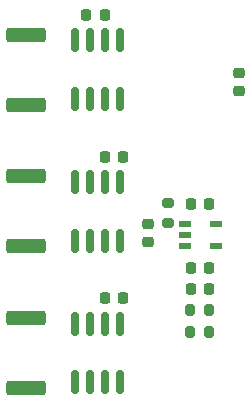
<source format=gbr>
%TF.GenerationSoftware,KiCad,Pcbnew,9.0.2*%
%TF.CreationDate,2025-07-21T15:30:35-04:00*%
%TF.ProjectId,Three Phase Current Sensor,54687265-6520-4506-9861-736520437572,rev?*%
%TF.SameCoordinates,Original*%
%TF.FileFunction,Paste,Top*%
%TF.FilePolarity,Positive*%
%FSLAX46Y46*%
G04 Gerber Fmt 4.6, Leading zero omitted, Abs format (unit mm)*
G04 Created by KiCad (PCBNEW 9.0.2) date 2025-07-21 15:30:35*
%MOMM*%
%LPD*%
G01*
G04 APERTURE LIST*
G04 Aperture macros list*
%AMRoundRect*
0 Rectangle with rounded corners*
0 $1 Rounding radius*
0 $2 $3 $4 $5 $6 $7 $8 $9 X,Y pos of 4 corners*
0 Add a 4 corners polygon primitive as box body*
4,1,4,$2,$3,$4,$5,$6,$7,$8,$9,$2,$3,0*
0 Add four circle primitives for the rounded corners*
1,1,$1+$1,$2,$3*
1,1,$1+$1,$4,$5*
1,1,$1+$1,$6,$7*
1,1,$1+$1,$8,$9*
0 Add four rect primitives between the rounded corners*
20,1,$1+$1,$2,$3,$4,$5,0*
20,1,$1+$1,$4,$5,$6,$7,0*
20,1,$1+$1,$6,$7,$8,$9,0*
20,1,$1+$1,$8,$9,$2,$3,0*%
G04 Aperture macros list end*
%ADD10RoundRect,0.200000X-0.275000X0.200000X-0.275000X-0.200000X0.275000X-0.200000X0.275000X0.200000X0*%
%ADD11RoundRect,0.225000X0.250000X-0.225000X0.250000X0.225000X-0.250000X0.225000X-0.250000X-0.225000X0*%
%ADD12RoundRect,0.225000X0.225000X0.250000X-0.225000X0.250000X-0.225000X-0.250000X0.225000X-0.250000X0*%
%ADD13RoundRect,0.150000X0.150000X-0.825000X0.150000X0.825000X-0.150000X0.825000X-0.150000X-0.825000X0*%
%ADD14RoundRect,0.225000X-0.225000X-0.250000X0.225000X-0.250000X0.225000X0.250000X-0.225000X0.250000X0*%
%ADD15RoundRect,0.250000X-1.425000X0.362500X-1.425000X-0.362500X1.425000X-0.362500X1.425000X0.362500X0*%
%ADD16RoundRect,0.200000X0.200000X0.275000X-0.200000X0.275000X-0.200000X-0.275000X0.200000X-0.275000X0*%
%ADD17R,1.100000X0.599999*%
%ADD18RoundRect,0.225000X-0.250000X0.225000X-0.250000X-0.225000X0.250000X-0.225000X0.250000X0.225000X0*%
%ADD19RoundRect,0.200000X-0.200000X-0.275000X0.200000X-0.275000X0.200000X0.275000X-0.200000X0.275000X0*%
G04 APERTURE END LIST*
D10*
%TO.C,R6*%
X81000000Y-62250000D03*
X81000000Y-63900000D03*
%TD*%
D11*
%TO.C,C8*%
X87000000Y-52775000D03*
X87000000Y-51225000D03*
%TD*%
D12*
%TO.C,C3*%
X84454999Y-62315000D03*
X82904999Y-62315000D03*
%TD*%
D13*
%TO.C,U3*%
X73117500Y-65410000D03*
X74387500Y-65410000D03*
X75657500Y-65410000D03*
X76927500Y-65410000D03*
X76927500Y-60460000D03*
X75657500Y-60460000D03*
X74387500Y-60460000D03*
X73117500Y-60460000D03*
%TD*%
D14*
%TO.C,C7*%
X75625000Y-70300000D03*
X77175000Y-70300000D03*
%TD*%
D13*
%TO.C,U2*%
X73117500Y-48460000D03*
X74387500Y-48460000D03*
X75657500Y-48460000D03*
X76927500Y-48460000D03*
X76927500Y-53410000D03*
X75657500Y-53410000D03*
X74387500Y-53410000D03*
X73117500Y-53410000D03*
%TD*%
D14*
%TO.C,C1*%
X84429999Y-69515000D03*
X82879999Y-69515000D03*
%TD*%
%TO.C,C2*%
X82904999Y-67715000D03*
X84454999Y-67715000D03*
%TD*%
D15*
%TO.C,R4*%
X68927500Y-59972500D03*
X68927500Y-65897500D03*
%TD*%
D14*
%TO.C,C6*%
X75650000Y-58300000D03*
X77200000Y-58300000D03*
%TD*%
D16*
%TO.C,R2*%
X82804999Y-71315000D03*
X84454999Y-71315000D03*
%TD*%
D17*
%TO.C,U1*%
X82400000Y-64000000D03*
X82400000Y-64950001D03*
X82400000Y-65900002D03*
X85000000Y-65900002D03*
X85000000Y-64000000D03*
%TD*%
D15*
%TO.C,R3*%
X68927500Y-47972500D03*
X68927500Y-53897500D03*
%TD*%
%TO.C,R5*%
X68927500Y-71972500D03*
X68927500Y-77897500D03*
%TD*%
D12*
%TO.C,C5*%
X75597500Y-46335000D03*
X74047500Y-46335000D03*
%TD*%
D13*
%TO.C,U4*%
X73117500Y-77410000D03*
X74387500Y-77410000D03*
X75657500Y-77410000D03*
X76927500Y-77410000D03*
X76927500Y-72460000D03*
X75657500Y-72460000D03*
X74387500Y-72460000D03*
X73117500Y-72460000D03*
%TD*%
D18*
%TO.C,C4*%
X79300000Y-64000000D03*
X79300000Y-65550000D03*
%TD*%
D19*
%TO.C,R1*%
X82804999Y-73115000D03*
X84454999Y-73115000D03*
%TD*%
M02*

</source>
